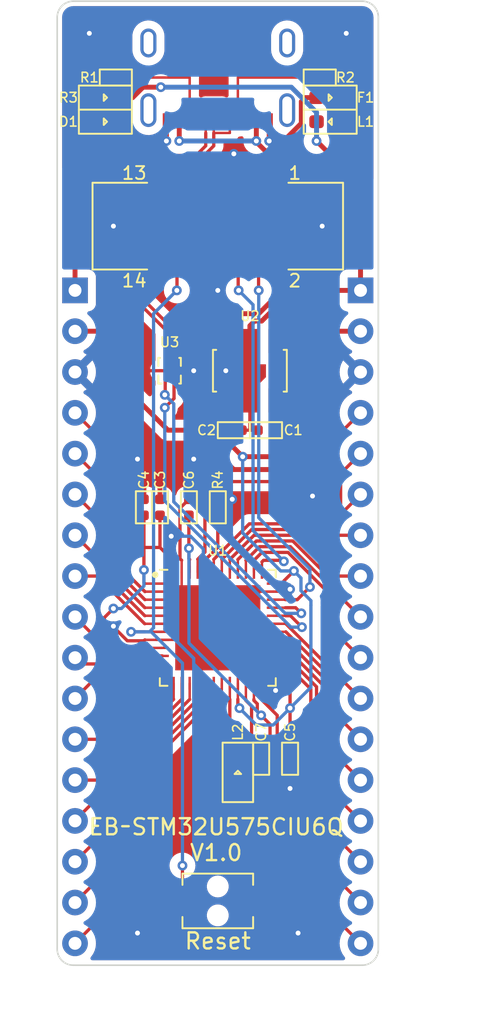
<source format=kicad_pcb>
(kicad_pcb (version 20221018) (generator pcbnew)
  (title_block (title "Evaluation Board STM32U575CIU6Q") (date "2023-03-17") (rev "V1.0") (company "https://github.com/KimiakiK"))
  (layers (0 "F.Cu" signal) (31 "B.Cu" signal) (34 "B.Paste" user) (35 "F.Paste" user) (36 "B.SilkS" user "B.Silkscreen") (37 "F.SilkS" user "F.Silkscreen") (38 "B.Mask" user) (39 "F.Mask" user) (44 "Edge.Cuts" user))
  (net 0 "")
  (net 1 "+5V")
  (net 2 "GND")
  (net 3 "+3.3V")
  (net 4 "SMPS")
  (net 5 "Net-(D1-A)")
  (net 6 "Net-(F1-Pad1)")
  (net 7 "Net-(F1-Pad2)")
  (net 8 "Net-(J1-CC1)")
  (net 9 "/D+")
  (net 10 "/D-")
  (net 12 "Net-(J1-CC2)")
  (net 17 "SWDIO")
  (net 18 "SWCLK")
  (net 22 "NRST")
  (net 25 "PC13")
  (net 26 "PC14")
  (net 27 "PC15")
  (net 28 "PH0")
  (net 29 "PH1")
  (net 30 "PA0")
  (net 31 "PA1")
  (net 32 "PA2")
  (net 33 "PA3")
  (net 34 "PA4")
  (net 35 "PA5")
  (net 36 "PA6")
  (net 37 "PA7")
  (net 38 "PB0")
  (net 39 "PB8")
  (net 40 "PB7")
  (net 41 "PB6")
  (net 42 "PB5")
  (net 43 "PB4")
  (net 44 "PB3")
  (net 45 "PA15")
  (net 46 "PA10")
  (net 47 "PA9")
  (net 48 "PA8")
  (net 49 "PB15")
  (net 50 "PB14")
  (net 51 "PB13")
  (net 52 "PB1")
  (net 53 "Net-(U1-VLXSMPS)")
  (net 54 "BOOT")
  (net 55 "USB_DM")
  (net 56 "USB_DP")
  (footprint "EB-STM32U575CIU6Q:USB Type-C 5077CR-16SMC2-BK-TR" (layer "F.Cu") (at 0 -10.67 180)
    (fp_text reference "J1" hide)
    (fp_text value "USB_C_Receptacle")
  )
  (footprint "EB-STM32U575CIU6Q:PinHeader_17pin" (layer "F.Cu") (at 8.89 0)
    (fp_text reference "J4" hide)
    (fp_text value "Conn_01x17")
  )
  (footprint "EB-STM32U575CIU6Q:SOT-89-5" (layer "F.Cu") (at 2 5 -90)
    (fp_text reference "U2")
    (fp_text value "NJM2884U1")
  )
  (footprint "EB-STM32U575CIU6Q:BoxHeader_SMD_1.27mm_2x7pin" (layer "F.Cu") (at 0 -4)
    (fp_text reference "J2" hide)
    (fp_text value "STDC32")
  )
  (footprint "EB-STM32U575CIU6Q:2012Metric" (layer "F.Cu") (at 1.25 30 -90)
    (fp_text reference "L2")
    (fp_text value "2.2uH")
  )
  (footprint "EB-STM32U575CIU6Q:1005Metric" (layer "F.Cu") (at 2.7 29.15 -90)
    (fp_text reference "C7")
    (fp_text value "2.2uF")
  )
  (footprint "EB-STM32U575CIU6Q:1005Metric" (layer "F.Cu") (at 0 13.5 90)
    (fp_text reference "R4")
    (fp_text value "10k")
  )
  (footprint "EB-STM32U575CIU6Q:1608Metric" (layer "F.Cu") (at 7 -12 180)
    (fp_text reference "F1")
    (fp_text value "Polyfuse")
  )
  (footprint "EB-STM32U575CIU6Q:SW_TVAF06" (layer "F.Cu") (at 0 38 90)
    (fp_text reference "SW1" hide)
    (fp_text value "SW_Push")
  )
  (footprint "EB-STM32U575CIU6Q:1005Metric" (layer "F.Cu") (at 1 8.7)
    (fp_text reference "C2")
    (fp_text value "2.2uF")
  )
  (footprint "EB-STM32U575CIU6Q:1005Metric" (layer "F.Cu") (at -4.6 13.5 90)
    (fp_text reference "C4")
    (fp_text value "0.1uF")
  )
  (footprint "EB-STM32U575CIU6Q:1005Metric" (layer "F.Cu") (at 6.35 -13.25)
    (fp_text reference "R2")
    (fp_text value "5.1k")
  )
  (footprint "EB-STM32U575CIU6Q:1005Metric" (layer "F.Cu") (at 4.5 29.15 -90)
    (fp_text reference "C5")
    (fp_text value "0.1uF")
  )
  (footprint "EB-STM32U575CIU6Q:1608Metric" (layer "F.Cu") (at 7 -10.5)
    (fp_text reference "L1")
    (fp_text value "L")
  )
  (footprint "EB-STM32U575CIU6Q:1005Metric" (layer "F.Cu") (at -3.6 13.5 90)
    (fp_text reference "C3")
    (fp_text value "10uF")
  )
  (footprint "EB-STM32U575CIU6Q:PinHeader_17pin" (layer "F.Cu") (at -8.89 0)
    (fp_text reference "J3" hide)
    (fp_text value "Conn_01x17")
  )
  (footprint "EB-STM32U575CIU6Q:1608Metric" (layer "F.Cu") (at -7 -12 180)
    (fp_text reference "R3")
    (fp_text value "R")
  )
  (footprint "EB-STM32U575CIU6Q:1005Metric" (layer "F.Cu") (at 3 8.7 180)
    (fp_text reference "C1")
    (fp_text value "2.2uF")
  )
  (footprint "EB-STM32U575CIU6Q:1005Metric" (layer "F.Cu") (at -6.35 -13.25 180)
    (fp_text reference "R1")
    (fp_text value "5.1k")
  )
  (footprint "EB-STM32U575CIU6Q:LXES11D" (layer "F.Cu") (at -3 5)
    (fp_text reference "U3")
    (fp_text value "LXES11DAA2-137")
  )
  (footprint "EB-STM32U575CIU6Q:QFN-48-1EP_7x7mm_P0.5mm_EP5.3x5.3mm" (layer "F.Cu") (at 0 21)
    (fp_text reference "U1")
    (fp_text value "STM32U575CIUxQ")
  )
  (footprint "EB-STM32U575CIU6Q:1608Metric" (layer "F.Cu") (at -7 -10.5 180)
    (fp_text reference "D1")
    (fp_text value "LED")
  )
  (footprint "EB-STM32U575CIU6Q:1005Metric" (layer "F.Cu") (at -1.8 13.5 90)
    (fp_text reference "C6")
    (fp_text value "2.2uF")
  )
  (gr_line (start -5.95 33.35) (end -5.55 33.35) (stroke (width 0.15)) (layer "F.SilkS"))
  (gr_line (start 10 41) (end 10 -17) (stroke (width 0.1)) (layer "Edge.Cuts"))
  (gr_line (start -9 42) (end 9 42) (stroke (width 0.1)) (layer "Edge.Cuts"))
  (gr_line (start -10 41) (end -10 -17) (stroke (width 0.1)) (layer "Edge.Cuts"))
  (gr_line (start -9 -18) (end 9 -18) (stroke (width 0.1)) (layer "Edge.Cuts"))
  (gr_arc (start -10 -17) (mid -9.707107 -17.707107) (end -9 -18) (stroke (width 0.1)) (layer "Edge.Cuts"))
  (gr_arc (start 9 -18) (mid 9.707107 -17.707107) (end 10 -17) (stroke (width 0.1)) (layer "Edge.Cuts"))
  (gr_arc (start -9 42) (mid -9.707107 41.707107) (end -10 41) (stroke (width 0.1)) (layer "Edge.Cuts"))
  (gr_arc (start 10 41) (mid 9.707107 41.707107) (end 9 42) (stroke (width 0.1)) (layer "Edge.Cuts"))
  (gr_text "EB STM32U575CIU6Q\nV1.0" (at -0.1 34.2) (layer "F.SilkS") (effects (font (size 1 1))))
  (gr_text "Reset" (at 0 40.5) (layer "F.SilkS") (effects (font (size 1 1))))
  (segment (start -8.89 -7.26) (end -7.0952 -9.0548) (width 0.3048) (layer "F.Cu") (net 1))
  (segment (start -5.3 -12) (end -6.15 -12) (width 0.3048) (layer "F.Cu") (net 1))
  (segment (start 3.5 6.85) (end 3.5 8.7) (width 0.3048) (layer "F.Cu") (net 1))
  (segment (start 6.15 -10.5) (end 6.15 -9.3) (width 0.3048) (layer "F.Cu") (net 1))
  (segment (start 8.89 0) (end 8.89 -6.56) (width 0.3048) (layer "F.Cu") (net 1))
  (segment (start -6.8 -12) (end -6.15 -12) (width 0.3048) (layer "F.Cu") (net 1))
  (segment (start 5.293156 0) (end 3.5 1.793156) (width 0.3048) (layer "F.Cu") (net 1))
  (segment (start 8.89 0) (end 5.293156 0) (width 0.3048) (layer "F.Cu") (net 1))
  (segment (start -7.0952 -11.7048) (end -6.8 -12) (width 0.3048) (layer "F.Cu") (net 1))
  (segment (start -8.89 0) (end -8.89 -7.26) (width 0.3048) (layer "F.Cu") (net 1))
  (segment (start 8.89 -6.56) (end 6.15 -9.3) (width 0.3048) (layer "F.Cu") (net 1))
  (segment (start -4.65 -12.65) (end -5.3 -12) (width 0.3048) (layer "F.Cu") (net 1))
  (segment (start 3.5 1.793156) (end 3.5 3.15) (width 0.3048) (layer "F.Cu") (net 1))
  (segment (start -3.55 -12.65) (end -4.65 -12.65) (width 0.3048) (layer "F.Cu") (net 1))
  (segment (start -7.0952 -9.0548) (end -7.0952 -11.7048) (width 0.3048) (layer "F.Cu") (net 1))
  (segment (start 3.5 3.15) (end 3.5 6.85) (width 0.3048) (layer "F.Cu") (net 1))
  (via (at 6.15 -9.3) (size 0.6096) (drill 0.3048) (layers "F.Cu" "B.Cu") (net 1))
  (via (at -3.55 -12.65) (size 0.6096) (drill 0.3048) (layers "F.Cu" "B.Cu") (net 1))
  (segment (start 6.15 -11.078159) (end 4.578159 -12.65) (width 0.3048) (layer "B.Cu") (net 1))
  (segment (start 4.578159 -12.65) (end -3.55 -12.65) (width 0.3048) (layer "B.Cu") (net 1))
  (segment (start 6.15 -9.3) (end 6.15 -11.078159) (width 0.3048) (layer "B.Cu") (net 1))
  (segment (start 5.4 -0.753422) (end 5.4 -7.5) (width 0.3048) (layer "F.Cu") (net 2))
  (segment (start 3.9 29.65) (end 3.9 30.65) (width 0.2032) (layer "F.Cu") (net 2))
  (segment (start -2.354 16.696) (end -2.354 15.3) (width 0.2032) (layer "F.Cu") (net 2))
  (segment (start 1.75 24.45) (end 1.75 25.45) (width 0.1524) (layer "F.Cu") (net 2))
  (segment (start -4.6 13) (end -4.6 11.75) (width 0.3048) (layer "F.Cu") (net 2))
  (segment (start -6.15 -10.5) (end -6.15 -9.35) (width 0.3048) (layer "F.Cu") (net 2))
  (segment (start -0.33 -7.85) (end -0.7122 -7.4678) (width 0.3048) (layer "F.Cu") (net 2))
  (segment (start -2.25 17.55) (end -2.25 18.75) (width 0.1524) (layer "F.Cu") (net 2))
  (segment (start 3.9 30.65) (end 2.55 32) (width 0.2032) (layer "F.Cu") (net 2))
  (segment (start -3.45 21.75) (end -0.75 21.75) (width 0.1524) (layer "F.Cu") (net 2))
  (segment (start 2.77 25.517106) (end 2.77 25.45) (width 0.2032) (layer "F.Cu") (net 2))
  (segment (start 2 2.2) (end 2.2928 1.9072) (width 0.3048) (layer "F.Cu") (net 2))
  (segment (start 3.45 18.75) (end 4.35 18.75) (width 0.1524) (layer "F.Cu") (net 2))
  (segment (start 1.75 22.75) (end 0 21) (width 0.1524) (layer "F.Cu") (net 2))
  (segment (start 3.6 24.9) (end 2.876447 25.623553) (width 0.2032) (layer "F.Cu") (net 2))
  (segment (start 2.2 38) (end 3.7 38) (width 0.3048) (layer "F.Cu") (net 2))
  (segment (start -1.5 10.5) (end -0.85 11.15) (width 0.3048) (layer "F.Cu") (net 2))
  (segment (start -2.25 18.75) (end 0 21) (width 0.1524) (layer "F.Cu") (net 2))
  (segment (start 3.45 18.75) (end 2.25 18.75) (width 0.1524) (layer "F.Cu") (net 2))
  (segment (start 2.876447 25.623553) (end 2.77 25.517106) (width 0.2032) (layer "F.Cu") (net 2))
  (segment (start 2.08 -8.2) (end 1.73 -7.85) (width 0.3048) (layer "F.Cu") (net 2))
  (segment (start 2.75 24.45) (end 2.75 25.43) (width 0.1524) (layer "F.Cu") (net 2))
  (segment (start -0.7122 -7.4678) (end -1.8998 -7.4678) (width 0.3048) (layer "F.Cu") (net 2))
  (segment (start -0.75 21.75) (end 0 21) (width 0.1524) (layer "F.Cu") (net 2))
  (segment (start -1.8998 -7.4678) (end -2.54 -6.8276) (width 0.3048) (layer "F.Cu") (net 2))
  (segment (start 6.45 8.95) (end 6.45 8.8) (width 0.3048) (layer "F.Cu") (net 2))
  (segment (start -6.1 -9.3) (end -3.2 -9.3) (width 0.3048) (layer "F.Cu") (net 2))
  (segment (start -4.54 21.75) (end -4.5988 21.8088) (width 0.2032) (layer "F.Cu") (net 2))
  (segment (start 2.55 32) (end 0.752894 32) (width 0.2032) (layer "F.Cu") (net 2))
  (segment (start 2 5) (end 0.5 5) (width 0.2032) (layer "F.Cu") (net 2))
  (segment (start 7.95 -13.25) (end 8 -13.3) (width 0.3048) (layer "F.Cu") (net 2))
  (segment (start 8 -13.3) (end 8 -16) (width 0.3048) (layer "F.Cu") (net 2))
  (segment (start 2.75 25.43) (end 2.77 25.45) (width 0.1524) (layer "F.Cu") (net 2))
  (segment (start 4.7 -8.2) (end 2.08 -8.2) (width 0.3048) (layer "F.Cu") (net 2))
  (segment (start 2.2928 1.9072) (end 2.739378 1.9072) (width 0.3048) (layer "F.Cu") (net 2))
  (segment (start 2 8.7) (end 2.5 8.7) (width 0.2032) (layer "F.Cu") (net 2))
  (segment (start 2.25 18.75) (end 0 21) (width 0.1524) (layer "F.Cu") (net 2))
  (segment (start 0 -7.85) (end 0 -5.778) (width 0.3048) (layer "F.Cu") (net 2))
  (segment (start -6.15 -9.35) (end -6.1 -9.3) (width 0.3048) (layer "F.Cu") (net 2))
  (segment (start 5.4 -7.5) (end 4.7 -8.2) (width 0.3048) (layer "F.Cu") (net 2))
  (segment (start -3.2 -10.65) (end -3.2 -9.3) (width 0.3048) (layer "F.Cu") (net 2))
  (segment (start 3.9 29.65) (end 3.7 29.45) (width 0.2032) (layer "F.Cu") (net 2))
  (segment (start 2.104 25.879) (end 1.75 25.525) (width 0.2032) (layer "F.Cu") (net 2))
  (segment (start 4.25 11.15) (end 6.45 8.95) (width 0.3048) (layer "F.Cu") (net 2))
  (segment (start -2.54 -6.8276) (end -2.54 -5.778) (width 0.3048) (layer "F.Cu") (net 2))
  (segment (start 1.27 -5.778) (end 1.27 -7.85) (width 0.3048) (layer "F.Cu") (net 2))
  (segment (start -2.5 5) (end -1.5 5) (width 0.2032) (layer "F.Cu") (net 2))
  (segment (start 0.752894 32) (end 0.15 31.397106) (width 0.2032) (layer "F.Cu") (net 2))
  (segment (start 1.75 25.525) (end 1.75 25.45) (width 0.2032) (layer "F.Cu") (net 2))
  (segment (start 3.2 -10.65) (end 3.2 -9.3) (width 0.3048) (layer "F.Cu") (net 2))
  (segment (start 6.85 -13.25) (end 7.95 -13.25) (width 0.3048) (layer "F.Cu") (net 2))
  (segment (start 1.73 -7.85) (end -0.33 -7.85) (width 0.3048) (layer "F.Cu") (net 2))
  (segment (start 2.1 29.65) (end 2.7 29.65) (width 0.2032) (layer "F.Cu") (net 2))
  (segment (start 2 5) (end 2 2.2) (width 0.3048) (layer "F.Cu") (net 2))
  (segment (start -6.5 20.940263) (end -6.5 20.9) (width 0.2032) (layer "F.Cu") (net 2))
  (segment (start 1.75 24.45) (end 1.75 22.75) (width 0.1524) (layer "F.Cu") (net 2))
  (segment (start -3.5 5) (end -4.5 5) (width 0.2032) (layer "F.Cu") (net 2))
  (segment (start -1.8 13) (end -1.8 11.9) (width 0.3048) (layer "F.Cu") (net 2))
  (segment (start -3.45 21.75) (end -4.54 21.75) (width 0.1524) (layer "F.Cu") (net 2))
  (segment (start 2.739378 1.9072) (end 5.4 -0.753422) (width 0.3048) (layer "F.Cu") (net 2))
  (segment (start 3.7 29.45) (end 3.7 26.447106) (width 0.2032) (layer "F.Cu") (net 2))
  (segment (start -2.354 13.554) (end -1.8 13) (width 0.2032) (layer "F.Cu") (net 2))
  (segment (start -0.85 11.15) (end 4.25 11.15) (width 0.3048) (layer "F.Cu") (net 2))
  (segment (start 1.5 8.7) (end 2 8.7) (width 0.2032) (layer "F.Cu") (net 2))
  (segment (start 2 5) (end 2 8.7) (width 0.2032) (layer "F.Cu") (net 2))
  (segment (start -4.5988 21.8088) (end -5.631463 21.8088) (width 0.2032) (layer "F.Cu") (net 2))
  (segment (start -2.25 17.55) (end -2.25 16.8) (width 0.1524) (layer "F.Cu") (net 2))
  (segment (start 4.35 18.75) (end 4.5 18.6) (width 0.1524) (layer "F.Cu") (net 2))
  (segment (start 4.5 29.65) (end 3.9 29.65) (width 0.2032) (layer "F.Cu") (net 2))
  (segment (start 0.15 30.6) (end 0.65 30.1) (width 0.2032) (layer "F.Cu") (net 2))
  (segment (start 0.15 31.397106) (end 0.15 30.6) (width 0.2032) (layer "F.Cu") (net 2))
  (segment (start 2.7 29.65) (end 2.104 29.65) (width 0.2032) (layer "F.Cu") (net 2))
  (segment (start 0 13) (end 0.9 13) (width 0.3048) (layer "F.Cu") (net 2))
  (segment (start -2.25 16.8) (end -2.354 16.696) (width 0.2032) (layer "F.Cu") (net 2))
  (segment (start -2.354 15.3) (end -2.354 13.554) (width 0.2032) (layer "F.Cu") (net 2))
  (segment (start -3.6 13) (end -3.6 11.8) (width 0.3048) (layer "F.Cu") (net 2))
  (segment (start 0.65 30.1) (end 1.65 30.1) (width 0.2032) (layer "F.Cu") (net 2))
  (segment (start 1.65 30.1) (end 2.1 29.65) (width 0.2032) (layer "F.Cu") (net 2))
  (segment (start 3.7 26.447106) (end 2.876447 25.623553) (width 0.2032) (layer "F.Cu") (net 2))
  (segment (start 2.104 29.65) (end 2.104 25.879) (width 0.2032) (layer "F.Cu") (net 2))
  (segment (start -2.9 15.3) (end -2.354 15.3) (width 0.2032) (layer "F.Cu") (net 2))
  (segment (start -5.631463 21.8088) (end -6.5 20.940263) (width 0.2032) (layer "F.Cu") (net 2))
  (via (at 0.9 13) (size 0.6096) (drill 0.3048) (layers "F.Cu" "B.Cu") (net 2))
  (via (at 1 -8.5) (size 0.6096) (drill 0.3048) (layers "F.Cu" "B.Cu") (net 2))
  (via (at -5 10.5) (size 0.6096) (drill 0.3048) (layers "F.Cu" "B.Cu") (net 2))
  (via (at 8 -16) (size 0.6096) (drill 0.3048) (layers "F.Cu" "B.Cu") (net 2))
  (via (at -6.5 -4) (size 0.6096) (drill 0.3048) (layers "F.Cu" "B.Cu") (net 2))
  (via (at 5.9 12.8) (size 0.6096) (drill 0.3048) (layers "F.Cu" "B.Cu") (net 2))
  (via (at 3.6 24.9) (size 0.6096) (drill 0.3048) (layers "F.Cu" "B.Cu") (net 2))
  (via (at -6.5 20.9) (size 0.6096) (drill 0.3048) (layers "F.Cu" "B.Cu") (net 2))
  (via (at -2.9 15.3) (size 0.6096) (drill 0.3048) (layers "F.Cu" "B.Cu") (net 2))
  (via (at 0 0) (size 0.6096) (drill 0.3048) (layers "F.Cu" "B.Cu") (net 2))
  (via (at 4.5 18.6) (size 0.6096) (drill 0.3048) (layers "F.Cu" "B.Cu") (net 2))
  (via (at 4.5 31) (size 0.6096) (drill 0.3048) (layers "F.Cu" "B.Cu") (net 2))
  (via (at -5 40) (size 0.6096) (drill 0.3048) (layers "F.Cu" "B.Cu") (net 2))
  (via (at 6.5 -4) (size 0.6096) (drill 0.3048) (layers "F.Cu" "B.Cu") (net 2))
  (via (at 3.2 -9.3) (size 0.6096) (drill 0.3048) (layers "F.Cu" "B.Cu") (net 2))
  (via (at 0.5 5) (size 0.6096) (drill 0.3048) (layers "F.Cu" "B.Cu") (net 2))
  (via (at -1.5 10.5) (size 0.6096) (drill 0.3048) (layers "F.Cu" "B.Cu") (net 2))
  (via (at -3.2 -9.3) (size 0.6096) (drill 0.3048) (layers "F.Cu" "B.Cu") (net 2))
  (via (at -8 -16) (size 0.6096) (drill 0.3048) (layers "F.Cu" "B.Cu") (net 2))
  (via (at -1.5 5) (size 0.6096) (drill 0.3048) (layers "F.Cu" "B.Cu") (net 2))
  (via (at 5 40) (size 0.6096) (drill 0.3048) (layers "F.Cu" "B.Cu") (net 2))
  (segment (start -1.7 15.3) (end -0.9 16.1) (width 0.2032) (layer "B.Cu") (net 2))
  (segment (start -0.9 20.4) (end 3.6 24.9) (width 0.2032) (layer "B.Cu") (net 2))
  (segment (start -2.9 15.3) (end -2.9 21.5) (width 0.2032) (layer "B.Cu") (net 2))
  (segment (start -2.9 21.5) (end -1.5 22.9) (width 0.2032) (layer "B.Cu") (net 2))
  (segment (start -2.9 15.3) (end -1.7 15.3) (width 0.2032) (layer "B.Cu") (net 2))
  (segment (start -1.5 22.9) (end -1.5 23.4) (width 0.2032) (layer "B.Cu") (net 2))
  (segment (start -1.5 23.4) (end -1.05 23.85) (width 0.2032) (layer "B.Cu") (net 2))
  (segment (start -0.9 16.1) (end -0.9 20.4) (width 0.2032) (layer "B.Cu") (net 2))
  (segment (start -3.1 8.7) (end -5.65 6.15) (width 0.3048) (layer "F.Cu") (net 3))
  (segment (start 2.55 1.45) (end 0.2 1.45) (width 0.3048) (layer "F.Cu") (net 3))
  (segment (start -3.45 18.25) (end -4.53553 18.25) (width 0.1524) (layer "F.Cu") (net 3))
  (segment (start -3.6 16) (end -4.6 16) (width 0.2032) (layer "F.Cu") (net 3))
  (segment (start 4.55 -7.3576) (end 4.55 -0.55) (width 0.3048) (layer "F.Cu") (net 3))
  (segment (start -4.6 17.4) (end -4.6 16) (width 0.2032) (layer "F.Cu") (net 3))
  (segment (start -4.6 16) (end -4.6 14) (width 0.2032) (layer "F.Cu") (net 3))
  (segment (start -4.6 14) (end -6.0944 12.5056) (width 0.2032) (layer "F.Cu") (net 3))
  (segment (start 0.5 8.7) (end 0.5 6.85) (width 0.3048) (layer "F.Cu") (net 3))
  (segment (start 1.25 25.9) (end 1.35 26) (width 0.2032) (layer "F.Cu") (net 3))
  (segment (start -2.75 17.55) (end -2.75 16.85) (width 0.1524) (layer "F.Cu") (net 3))
  (segment (start 1.25 25.44) (end 1.25 25.9) (width 0.2032) (layer "F.Cu") (net 3))
  (segment (start 0.5 8.7) (end 0.5 9.3) (width 0.3048) (layer "F.Cu") (net 3))
  (segment (start 4.9 9.3) (end 4.9 3.6) (width 0.3048) (layer "F.Cu") (net 3))
  (segment (start 2.8 -7.65) (end 4.2576 -7.65) (width 0.3048) (layer "F.Cu") (net 3))
  (segment (start 1.25 24.45) (end 1.25 25.44) (width 0.1524) (layer "F.Cu") (net 3))
  (segment (start -4.53553 18.25) (end -4.6 18.18553) (width 0.2032) (layer "F.Cu") (net 3))
  (segment (start 4.55 -0.55) (end 2.55 1.45) (width 0.3048) (layer "F.Cu") (net 3))
  (segment (start 4.5 24.027364) (end 4.5 26) (width 0.2032) (layer "F.Cu") (net 3))
  (segment (start 4.5 26) (end 4.5 28.65) (width 0.2032) (layer "F.Cu") (net 3))
  (segment (start 0.2 1.45) (end -0.55 2.2) (width 0.3048) (layer "F.Cu") (net 3))
  (segment (start 1.55 10.35) (end 3.85 10.35) (width 0.3048) (layer "F.Cu") (net 3))
  (segment (start 2.54 -5.778) (end 2.54 -7.39) (width 0.3048) (layer "F.Cu") (net 3))
  (segment (start -2.75 16.85) (end -3.6 16) (width 0.2032) (layer "F.Cu") (net 3))
  (segment (start 2.54 -7.39) (end 2.8 -7.65) (width 0.3048) (layer "F.Cu") (net 3))
  (segment (start -6.5 19.8) (end -7.0588 20.3588) (width 0.2032) (layer "F.Cu") (net 3))
  (segment (start -3.45 22.25) (end -4.58 22.25) (width 0.1524) (layer "F.Cu") (net 3))
  (segment (start 4.738775 17.461225) (end 4.12 18.08) (width 0.2032) (layer "F.Cu") (net 3))
  (segment (start -0.55 8.7) (end -3.1 8.7) (width 0.3048) (layer "F.Cu") (net 3))
  (segment (start 3.45 23.75) (end 4.222636 23.75) (width 0.1524) (layer "F.Cu") (net 3))
  (segment (start -6.0944 12.5056) (end -6.0944 6.5944) (width 0.2032) (layer "F.Cu") (net 3))
  (segment (start -6.91 2.54) (end -8.89 2.54) (width 0.3048) (layer "F.Cu") (net 3))
  (segment (start -3.6 16) (end -3.6 14) (width 0.2032) (layer "F.Cu") (net 3))
  (segment (start -6.457106 22.25) (end -4.58 22.25) (width 0.2032) (layer "F.Cu") (net 3))
  (segment (start 4.9 3.6) (end 5.96 2.54) (width 0.3048) (layer "F.Cu") (net 3))
  (segment (start 0.5 9.3) (end 1.55 10.35) (width 0.3048) (layer "F.Cu") (net 3))
  (segment (start 3.85 10.35) (end 4.9 9.3) (width 0.3048) (layer "F.Cu") (net 3))
  (segment (start -0.55 2.2) (end -0.55 8.7) (width 0.3048) (layer "F.Cu") (net 3))
  (segment (start 3.45 18.25) (end 3.95 18.25) (width 0.1524) (layer "F.Cu") (net 3))
  (segment (start -7.0588 20.3588) (end -7.0588 21.648306) (width 0.2032) (layer "F.Cu") (net 3))
  (segment (start -4.6 18.18553) (end -4.6 17.4) (width 0.2032) (layer "F.Cu") (net 3))
  (segment (start -5.65 6.15) (end -5.65 3.8) (width 0.3048) (layer "F.Cu") (net 3))
  (segment (start -5.65 3.8) (end -6.91 2.54) (width 0.3048) (layer "F.Cu") (net 3))
  (segment (start 5.96 2.54) (end 8.89 2.54) (width 0.3048) (layer "F.Cu") (net 3))
  (segment (start 4.2576 -7.65) (end 4.55 -7.3576) (width 0.3048) (layer "F.Cu") (net 3))
  (segment (start 0.5 8.7) (end -0.55 8.7) (width 0.3048) (layer "F.Cu") (net 3))
  (segment (start 4.222636 23.75) (end 4.5 24.027364) (width 0.2032) (layer "F.Cu") (net 3))
  (segment (start 3.95 18.25) (end 4.12 18.08) (width 0.1524) (layer "F.Cu") (net 3))
  (segment (start -6.0944 6.5944) (end -5.65 6.15) (width 0.2032) (layer "F.Cu") (net 3))
  (segment (start -7.0588 21.648306) (end -6.457106 22.25) (width 0.2032) (layer "F.Cu") (net 3))
  (via (at -6.5 19.8) (size 0.6096) (drill 0.3048) (layers "F.Cu" "B.Cu") (net 3))
  (via (at 1.55 10.35) (size 0.6096) (drill 0.3048) (layers "F.Cu" "B.Cu") (net 3))
  (via (at 4.5 26) (size 0.6096) (drill 0.3048) (layers "F.Cu" "B.Cu") (net 3))
  (via (at 4.738775 17.461225) (size 0.6096) (drill 0.3048) (layers "F.Cu" "B.Cu") (net 3))
  (via (at -4.6 17.4) (size 0.6096) (drill 0.3048) (layers "F.Cu" "B.Cu") (net 3))
  (via (at 1.35 26) (size 0.6096) (drill 0.3048) (layers "F.Cu" "B.Cu") (net 3))
  (segment (start -6 19.8) (end -4.6 18.4) (width 0.2032) (layer "B.Cu") (net 3))
  (segment (start 2.4 27.05) (end 1.35 26) (width 0.2032) (layer "B.Cu") (net 3))
  (segment (start 5.179975 18.692688) (end 5.8 19.312713) (width 0.2032) (layer "B.Cu") (net 3))
  (segment (start 5.798578 19.601422) (end 5.798578 24.701422) (width 0.2032) (layer "B.Cu") (net 3))
  (segment (start 4.5 26) (end 3.45 27.05) (width 0.2032) (layer "B.Cu") (net 3))
  (segment (start 4.738775 17.461225) (end 5.179975 17.902425) (width 0.2032) (layer "B.Cu") (net 3))
  (segment (start 5.8 19.312713) (end 5.8 19.6) (width 0.2032) (layer "B.Cu") (net 3))
  (segment (start 5.798578 24.701422) (end 4.5 26) (width 0.2032) (layer "B.Cu") (net 3))
  (segment (start 3.919637 17.461225) (end 1.55 15.091588) (width 0.2032) (layer "B.Cu") (net 3))
  (segment (start 5.8 19.6) (end 5.798578 19.601422) (width 0.2032) (layer "B.Cu") (net 3))
  (segment (start 5.179975 17.902425) (end 5.179975 18.692688) (width 0.2032) (layer "B.Cu") (net 3))
  (segment (start 3.45 27.05) (end 2.4 27.05) (width 0.2032) (layer "B.Cu") (net 3))
  (segment (start -6.5 19.8) (end -6 19.8) (width 0.2032) (layer "B.Cu") (net 3))
  (segment (start -4.6 18.4) (end -4.6 17.4) (width 0.2032) (layer "B.Cu") (net 3))
  (segment (start 1.55 15.091588) (end 1.55 10.35) (width 0.2032) (layer "B.Cu") (net 3))
  (segment (start 4.738775 17.461225) (end 3.919637 17.461225) (width 0.2032) (layer "B.Cu") (net 3))
  (segment (start 2.25 25.522106) (end 2.25 25.45) (width 0.2032) (layer "F.Cu") (net 4))
  (segment (start 2.25 24.45) (end 2.25 25.45) (width 0.1524) (layer "F.Cu") (net 4))
  (segment (start 2.4596 26.2096) (end 2.4596 25.731706) (width 0.2032) (layer "F.Cu") (net 4))
  (segment (start 2.221342 31) (end 3.254 29.967342) (width 0.2032) (layer "F.Cu") (net 4))
  (segment (start -1.75 17.55) (end -1.75 16.75) (width 0.1524) (layer "F.Cu") (net 4))
  (segment (start -1.75 16.75) (end -1.8 16.7) (width 0.2032) (layer "F.Cu") (net 4))
  (segment (start 3.254 27.004) (end 2.4596 26.2096) (width 0.2032) (layer "F.Cu") (net 4))
  (segment (start 3.254 29.967342) (end 3.254 28.65) (width 0.2032) (layer "F.Cu") (net 4))
  (segment (start 2.7 28.65) (end 3.254 28.65) (width 0.2032) (layer "F.Cu") (net 4))
  (segment (start -1.8 16.7) (end -1.8 14) (width 0.2032) (layer "F.Cu") (net 4))
  (segment (start 1.25 31) (end 2.221342 31) (width 0.2032) (layer "F.Cu") (net 4))
  (segment (start 2.4596 25.731706) (end 2.25 25.522106) (width 0.2032) (layer "F.Cu") (net 4))
  (segment (start 3.254 28.65) (end 3.254 27.004) (width 0.2032) (layer "F.Cu") (net 4))
  (via (at 2.7 26.45) (size 0.6096) (drill 0.3048) (layers "F.Cu" "B.Cu") (net 4))
  (via (at -1.7957 16.05) (size 0.6096) (drill 0.3048) (layers "F.Cu" "B.Cu") (net 4))
  (segment (start -1.7957 21.9543) (end -1.7957 16.05) (width 0.2032) (layer "B.Cu") (net 4))
  (segment (start 2.7 26.45) (end -1.7957 21.9543) (width 0.2032) (layer "B.Cu") (net 4))
  (segment (start -7.85 -12) (end -7.85 -10.5) (width 0.2032) (layer "F.Cu") (net 5))
  (segment (start 7.85 -12) (end 7.85 -10.5) (width 0.3048) (layer "F.Cu") (net 6))
  (segment (start 3.4904 -8.6904) (end 5.2 -10.4) (width 0.3048) (layer "F.Cu") (net 7))
  (segment (start 5.2 -10.4) (end 5.2 -11.75) (width 0.3048) (layer "F.Cu") (net 7))
  (segment (start 2.4 -9.3) (end 2.4 -10.65) (width 0.3048) (layer "F.Cu") (net 7))
  (segment (start 5.45 -12) (end 6.15 -12) (width 0.3048) (layer "F.Cu") (net 7))
  (segment (start 5.2 -11.75) (end 5.45 -12) (width 0.3048) (layer "F.Cu") (net 7))
  (segment (start 2.947495 -8.6904) (end 3.4904 -8.6904) (width 0.3048) (layer "F.Cu") (net 7))
  (segment (start 2.4 -9.237895) (end 2.947495 -8.6904) (width 0.3048) (layer "F.Cu") (net 7))
  (segment (start -2.4 -10.65) (end -2.4 -9.3) (width 0.3048) (layer "F.Cu") (net 7))
  (segment (start 2.4 -9.3) (end 2.4 -9.237895) (width 0.3048) (layer "F.Cu") (net 7))
  (via (at -2.4 -9.3) (size 0.6096) (drill 0.3048) (layers "F.Cu" "B.Cu") (net 7))
  (via (at 2.4 -9.3) (size 0.6096) (drill 0.3048) (layers "F.Cu" "B.Cu") (net 7))
  (segment (start -2.4 -9.3) (end 2.4 -9.3) (width 0.3048) (layer "B.Cu") (net 7))
  (segment (start 5.85 -13.25) (end 1.25 -13.25) (width 0.1524) (layer "F.Cu") (net 8))
  (segment (start 1.25 -13.25) (end 1.25 -10.65) (width 0.1524) (layer "F.Cu") (net 8))
  (segment (start -4.25 -8.4) (end -1.35 -8.4) (width 0.2032) (layer "F.Cu") (net 9))
  (segment (start -5.1 -7.55) (end -4.25 -8.4) (width 0.2032) (layer "F.Cu") (net 9))
  (segment (start -0.75 -10.65) (end -0.75 -9.8) (width 0.1524) (layer "F.Cu") (net 9))
  (segment (start 0.25 -10.65) (end 0.25 -11.5) (width 0.1524) (layer "F.Cu") (net 9))
  (segment (start -1.35 -8.4) (end -0.75 -9) (width 0.2032) (layer "F.Cu") (net 9))
  (segment (start -0.75 -9) (end -0.75 -9.8) (width 0.2032) (layer "F.Cu") (net 9))
  (segment (start -0.75 -11.5) (end -0.75 -10.65) (width 0.1524) (layer "F.Cu") (net 9))
  (segment (start -5.1 0.602894) (end -5.1 -7.55) (width 0.2032) (layer "F.Cu") (net 9))
  (segment (start -3.275 2.427894) (end -5.1 0.602894) (width 0.2032) (layer "F.Cu") (net 9))
  (segment (start 0.25 -11.5) (end -0.75 -11.5) (width 0.1524) (layer "F.Cu") (net 9))
  (segment (start -3.275 4.35) (end -3.275 2.427894) (width 0.2032) (layer "F.Cu") (net 9))
  (segment (start 0.75 -10.65) (end 0.75 -9.8) (width 0.1524) (layer "F.Cu") (net 10))
  (segment (start -1.247106 -8) (end -0.25 -8.997106) (width 0.2032) (layer "F.Cu") (net 10))
  (segment (start -4.7444 -7.402706) (end -4.147106 -8) (width 0.2032) (layer "F.Cu") (net 10))
  (segment (start -0.25 -9.8) (end -0.25 -10.65) (width 0.1524) (layer "F.Cu") (net 10))
  (segment (start 0.75 -9.8) (end -0.25 -9.8) (width 0.1524) (layer "F.Cu") (net 10))
  (segment (start -2.725 4.35) (end -2.725 2.475) (width 0.2032) (layer "F.Cu") (net 10))
  (segment (start -2.725 2.475) (end -4.7444 0.4556) (width 0.2032) (layer "F.Cu") (net 10))
  (segment (start -0.25 -8.997106) (end -0.25 -9.8) (width 0.2032) (layer "F.Cu") (net 10))
  (segment (start -4.147106 -8) (end -1.247106 -8) (width 0.2032) (layer "F.Cu") (net 10))
  (segment (start -4.7444 0.4556) (end -4.7444 -7.402706) (width 0.2032) (layer "F.Cu") (net 10))
  (segment (start -5.85 -13.25) (end -1.75 -13.25) (width 0.1524) (layer "F.Cu") (net 12))
  (segment (start -1.75 -13.25) (end -1.75 -10.65) (width 0.1524) (layer "F.Cu") (net 12))
  (segment (start 2.54 -0.01) (end 2.55 0) (width 0.2032) (layer "F.Cu") (net 17))
  (segment (start 2.54 -2.222) (end 2.54 -0.01) (width 0.2032) (layer "F.Cu") (net 17))
  (segment (start 4.95 19.25) (end 4.21 19.25) (width 0.2032) (layer "F.Cu") (net 17))
  (segment (start 5.738775 18.461225) (end 4.95 19.25) (width 0.2032) (layer "F.Cu") (net 17))
  (segment (start 3.45 19.25) (end 4.21 19.25) (width 0.1524) (layer "F.Cu") (net 17))
  (via (at 2.55 0) (size 0.6096) (drill 0.3048) (layers "F.Cu" "B.Cu") (net 17))
  (via (at 5.738775 18.461225) (size 0.6096) (drill 0.3048) (layers "F.Cu" "B.Cu") (net 17))
  (segment (start 5.738775 17.338775) (end 2.55 14.15) (width 0.2032) (layer "B.Cu") (net 17))
  (segment (start 2.55 14.15) (end 2.55 0) (width 0.2032) (layer "B.Cu") (net 17))
  (segment (start 5.738775 18.461225) (end 5.738775 17.338775) (width 0.2032) (layer "B.Cu") (net 17))
  (segment (start 2.75 17.55) (end 2.75 16.9) (width 0.1524) (layer "F.Cu") (net 18))
  (segment (start 4.113775 16.8651) (end 4.048675 16.8) (width 0.2032) (layer "F.Cu") (net 18))
  (segment (start 2.85 16.8) (end 2.75 16.9) (width 0.2032) (layer "F.Cu") (net 18))
  (segment (start 1.27 -2.222) (end 1.27 -0.03) (width 0.2032) (layer "F.Cu") (net 18))
  (segment (start 1.27 -0.03) (end 1.3 0) (width 0.2032) (layer "F.Cu") (net 18))
  (segment (start 4.048675 16.8) (end 2.85 16.8) (width 0.2032) (layer "F.Cu") (net 18))
  (via (at 4.113775 16.8651) (size 0.6096) (drill 0.3048) (layers "F.Cu" "B.Cu") (net 18))
  (via (at 1.3 0) (size 0.6096) (drill 0.3048) (layers "F.Cu" "B.Cu") (net 18))
  (segment (start 2.1944 0.8944) (end 2.1944 14.945725) (width 0.2032) (layer "B.Cu") (net 18))
  (segment (start 1.3 0) (end 2.1944 0.8944) (width 0.2032) (layer "B.Cu") (net 18))
  (segment (start 2.1944 14.945725) (end 4.113775 16.8651) (width 0.2032) (layer "B.Cu") (net 18))
  (segment (start -2.2 38) (end -2.2 35.8) (width 0.2032) (layer "F.Cu") (net 22))
  (segment (start -5.4 21.25) (end -4.53 21.25) (width 0.2032) (layer "F.Cu") (net 22))
  (segment (start -3.45 21.25) (end -4.53 21.25) (width 0.1524) (layer "F.Cu") (net 22))
  (segment (start -2.54 -0.01) (end -2.55 0) (width 0.2032) (layer "F.Cu") (net 22))
  (segment (start -2.54 -2.222) (end -2.54 -0.01) (width 0.2032) (layer "F.Cu") (net 22))
  (via (at -2.55 0) (size 0.6096) (drill 0.3048) (layers "F.Cu" "B.Cu") (net 22))
  (via (at -5.4 21.25) (size 0.6096) (drill 0.3048) (layers "F.Cu" "B.Cu") (net 22))
  (via (at -2.2 35.8) (size 0.6096) (drill 0.3048) (layers "F.Cu" "B.Cu") (net 22))
  (segment (start -4.25 21.25) (end -5.4 21.25) (width 0.2032) (layer "B.Cu") (net 22))
  (segment (start -4 1.45) (end -4 21) (width 0.2032) (layer "B.Cu") (net 22))
  (segment (start -4.15 21.25) (end -5.4 21.25) (width 0.2032) (layer "B.Cu") (net 22))
  (segment (start -2.2 23.2) (end -4.15 21.25) (width 0.2032) (layer "B.Cu") (net 22))
  (segment (start -2.2 35.8) (end -2.2 23.2) (width 0.2032) (layer "B.Cu") (net 22))
  (segment (start -2.55 0) (end -4 1.45) (width 0.2032) (layer "B.Cu") (net 22))
  (segment (start -4 21) (end -4.25 21.25) (width 0.2032) (layer "B.Cu") (net 22))
  (segment (start -4.538424 18.75) (end -6.45 16.838424) (width 0.2032) (layer "F.Cu") (net 25))
  (segment (start -6.45 16.838424) (end -6.45 10.05) (width 0.2032) (layer "F.Cu") (net 25))
  (segment (start -6.46 10.05) (end -8.89 7.62) (width 0.2032) (layer "F.Cu") (net 25))
  (segment (start -3.45 18.75) (end -4.538424 18.75) (width 0.1524) (layer "F.Cu") (net 25))
  (segment (start -6.45 10.05) (end -6.46 10.05) (width 0.2032) (layer "F.Cu") (net 25))
  (segment (start -4.541318 19.25) (end -6.8056 16.985718) (width 0.2032) (layer "F.Cu") (net 26))
  (segment (start -6.8056 12.2444) (end -8.89 10.16) (width 0.2032) (layer "F.Cu") (net 26))
  (segment (start -3.45 19.25) (end -4.541318 19.25) (width 0.1524) (layer "F.Cu") (net 26))
  (segment (start -6.8056 16.985718) (end -6.8056 12.2444) (width 0.2032) (layer "F.Cu") (net 26))
  (segment (start -4.544212 19.75) (end -7.1612 17.133012) (width 0.2032) (layer "F.Cu") (net 27))
  (segment (start -7.1612 17.133012) (end -7.1612 14.4288) (width 0.2032) (layer "F.Cu") (net 27))
  (segment (start -3.45 19.75) (end -4.544212 19.75) (width 0.1524) (layer "F.Cu") (net 27))
  (segment (start -7.1612 14.4288) (end -8.89 12.7) (width 0.2032) (layer "F.Cu") (net 27))
  (segment (start -7.5168 16.6132) (end -8.89 15.24) (width 0.2032) (layer "F.Cu") (net 28))
  (segment (start -4.547106 20.25) (end -7.5168 17.280306) (width 0.2032) (layer "F.Cu") (net 28))
  (segment (start -7.5168 17.280306) (end -7.5168 16.6132) (width 0.2032) (layer "F.Cu") (net 28))
  (segment (start -3.45 20.25) (end -4.547106 20.25) (width 0.1524) (layer "F.Cu") (net 28))
  (segment (start -3.45 20.75) (end -4.55 20.75) (width 0.1524) (layer "F.Cu") (net 29))
  (segment (start -7.52 17.78) (end -8.89 17.78) (width 0.2032) (layer "F.Cu") (net 29))
  (segment (start -4.55 20.75) (end -7.52 17.78) (width 0.2032) (layer "F.Cu") (net 29))
  (segment (start -6.46 22.75) (end -8.89 20.32) (width 0.2032) (layer "F.Cu") (net 30))
  (segment (start -3.45 22.75) (end -6.46 22.75) (width 0.2032) (layer "F.Cu") (net 30))
  (segment (start -8.5 23.25) (end -8.89 22.86) (width 0.2032) (layer "F.Cu") (net 31))
  (segment (start -3.45 23.25) (end -8.5 23.25) (width 0.2032) (layer "F.Cu") (net 31))
  (segment (start -7.24 23.75) (end -8.89 25.4) (width 0.2032) (layer "F.Cu") (net 32))
  (segment (start -3.45 23.75) (end -7.24 23.75) (width 0.2032) (layer "F.Cu") (net 32))
  (segment (start -2.75 24.45) (end -2.75 25.45) (width 0.1524) (layer "F.Cu") (net 33))
  (segment (start -2.75 25.45) (end -5.24 27.94) (width 0.2032) (layer "F.Cu") (net 33))
  (segment (start -5.24 27.94) (end -8.89 27.94) (width 0.2032) (layer "F.Cu") (net 33))
  (segment (start -2.25 25.452894) (end -7.277106 30.48) (width 0.2032) (layer "F.Cu") (net 34))
  (segment (start -2.25 24.45) (end -2.25 25.452894) (width 0.1524) (layer "F.Cu") (net 34))
  (segment (start -7.277106 30.48) (end -8.89 30.48) (width 0.2032) (layer "F.Cu") (net 34))
  (segment (start -1.75 24.45) (end -1.75 25.455788) (width 0.1524) (layer "F.Cu") (net 35))
  (segment (start -7.8168 31.9168) (end -8.89 32.99) (width 0.2032) (layer "F.Cu") (net 35))
  (segment (start -7.8168 31.522588) (end -7.8168 31.9168) (width 0.2032) (layer "F.Cu") (net 35))
  (segment (start -8.89 32.99) (end -8.89 33.02) (width 0.2032) (layer "F.Cu") (net 35))
  (segment (start -1.75 25.455788) (end -7.8168 31.522588) (width 0.2032) (layer "F.Cu") (net 35))
  (segment (start -1.25 24.45) (end -1.25 25.458682) (width 0.1524) (layer "F.Cu") (net 36))
  (segment (start -1.25 25.458682) (end -7.4612 31.669882) (width 0.2032) (layer "F.Cu") (net 36))
  (segment (start -7.4612 31.669882) (end -7.4612 34.1312) (width 0.2032) (layer "F.Cu") (net 36))
  (segment (start -7.4612 34.1312) (end -8.89 35.56) (width 0.2032) (layer "F.Cu") (net 36))
  (segment (start -7.1056 31.817176) (end -7.1056 36.3156) (width 0.2032) (layer "F.Cu") (net 37))
  (segment (start -0.75 25.461576) (end -7.1056 31.817176) (width 0.2032) (layer "F.Cu") (net 37))
  (segment (start -7.1056 36.3156) (end -8.89 38.1) (width 0.2032) (layer "F.Cu") (net 37))
  (segment (start -0.75 24.45) (end -0.75 25.461576) (width 0.1524) (layer "F.Cu") (net 37))
  (segment (start -0.25 24.45) (end -0.25 25.46447) (width 0.1524) (layer "F.Cu") (net 38))
  (segment (start -0.25 25.46447) (end -6.75 31.96447) (width 0.2032) (layer "F.Cu") (net 38))
  (segment (start -6.75 38.5) (end -8.89 40.64) (width 0.2032) (layer "F.Cu") (net 38))
  (segment (start -6.75 31.96447) (end -6.75 38.5) (width 0.2032) (layer "F.Cu") (net 38))
  (segment (start -0.3 11.9) (end 4.61 11.9) (width 0.2032) (layer "F.Cu") (net 39))
  (segment (start -1.25 17.55) (end -1.25 16.73553) (width 0.1524) (layer "F.Cu") (net 39))
  (segment (start -1.25 16.73553) (end -0.8 16.28553) (width 0.2032) (layer "F.Cu") (net 39))
  (segment (start 4.61 11.9) (end 8.89 7.62) (width 0.2032) (layer "F.Cu") (net 39))
  (segment (start -0.8 16.28553) (end -0.8 12.4) (width 0.2032) (layer "F.Cu") (net 39))
  (segment (start -0.8 12.4) (end -0.3 11.9) (width 0.2032) (layer "F.Cu") (net 39))
  (segment (start -0.25 17.55) (end -0.25 16.741318) (width 0.1524) (layer "F.Cu") (net 40))
  (segment (start 1.962518 14.5288) (end -0.25 16.741318) (width 0.2032) (layer "F.Cu") (net 40))
  (segment (start 7.65 11.4) (end 7.65 13.437106) (width 0.2032) (layer "F.Cu") (net 40))
  (segment (start 7.65 13.437106) (end 6.558306 14.5288) (width 0.2032) (layer "F.Cu") (net 40))
  (segment (start 8.89 10.16) (end 7.65 11.4) (width 0.2032) (layer "F.Cu") (net 40))
  (segment (start 6.558306 14.5288) (end 1.962518 14.5288) (width 0.2032) (layer "F.Cu") (net 40))
  (segment (start 6.7056 14.8844) (end 2.109812 14.8844) (width 0.2032) (layer "F.Cu") (net 41))
  (segment (start 0.25 17.55) (end 0.25 16.744212) (width 0.1524) (layer "F.Cu") (net 41))
  (segment (start 8.89 12.7) (end 6.7056 14.8844) (width 0.2032) (layer "F.Cu") (net 41))
  (segment (start 2.109812 14.8844) (end 0.25 16.744212) (width 0.2032) (layer "F.Cu") (net 41))
  (segment (start 0.75 17.55) (end 0.75 16.747106) (width 0.1524) (layer "F.Cu") (net 42))
  (segment (start 2.257106 15.24) (end 0.75 16.747106) (width 0.2032) (layer "F.Cu") (net 42))
  (segment (start 8.89 15.24) (end 2.257106 15.24) (width 0.2032) (layer "F.Cu") (net 42))
  (segment (start 2.4044 15.5956) (end 1.25 16.75) (width 0.2032) (layer "F.Cu") (net 43))
  (segment (start 1.25 17.55) (end 1.25 16.75) (width 0.1524) (layer "F.Cu") (net 43))
  (segment (start 4.668494 15.5956) (end 2.4044 15.5956) (width 0.2032) (layer "F.Cu") (net 43))
  (segment (start 8.89 17.78) (end 6.852894 17.78) (width 0.2032) (layer "F.Cu") (net 43))
  (segment (start 6.852894 17.78) (end 4.668494 15.5956) (width 0.2032) (layer "F.Cu") (net 43))
  (segment (start 2.5988 15.9512) (end 1.75 16.8) (width 0.2032) (layer "F.Cu") (net 44))
  (segment (start 8.89 20.32) (end 4.5212 15.9512) (width 0.2032) (layer "F.Cu") (net 44))
  (segment (start 1.75 17.55) (end 1.75 16.8) (width 0.1524) (layer "F.Cu") (net 44))
  (segment (start 4.5212 15.9512) (end 2.5988 15.9512) (width 0.2032) (layer "F.Cu") (net 44))
  (segment (start 7.15 21.12) (end 7.15 19.082894) (width 0.2032) (layer "F.Cu") (net 45))
  (segment (start 2.25 17.55) (end 2.25 16.802894) (width 0.1524) (layer "F.Cu") (net 45))
  (segment (start 4.373906 16.3068) (end 2.746094 16.3068) (width 0.2032) (layer "F.Cu") (net 45))
  (segment (start 2.746094 16.3068) (end 2.25 16.802894) (width 0.2032) (layer "F.Cu") (net 45))
  (segment (start 7.15 19.082894) (end 4.373906 16.3068) (width 0.2032) (layer "F.Cu") (net 45))
  (segment (start 8.89 22.86) (end 7.15 21.12) (width 0.2032) (layer "F.Cu") (net 45))
  (segment (start 4.24 20.75) (end 8.89 25.4) (width 0.2032) (layer "F.Cu") (net 46))
  (segment (start 3.45 20.75) (end 4.24 20.75) (width 0.1524) (layer "F.Cu") (net 46))
  (segment (start 7.2168 24.229694) (end 7.2168 26.2668) (width 0.2032) (layer "F.Cu") (net 47))
  (segment (start 3.45 21.25) (end 4.237106 21.25) (width 0.1524) (layer "F.Cu") (net 47))
  (segment (start 7.2168 26.2668) (end 8.89 27.94) (width 0.2032) (layer "F.Cu") (net 47))
  (segment (start 4.237106 21.25) (end 7.2168 24.229694) (width 0.2032) (layer "F.Cu") (net 47))
  (segment (start 4.234212 21.75) (end 6.8612 24.376988) (width 0.2032) (layer "F.Cu") (net 48))
  (segment (start 6.8612 28.4512) (end 8.89 30.48) (width 0.2032) (layer "F.Cu") (net 48))
  (segment (start 3.45 21.75) (end 4.234212 21.75) (width 0.1524) (layer "F.Cu") (net 48))
  (segment (start 6.8612 24.376988) (end 6.8612 28.4512) (width 0.2032) (layer "F.Cu") (net 48))
  (segment (start 6.5056 30.6356) (end 8.89 33.02) (width 0.2032) (layer "F.Cu") (net 49))
  (segment (start 6.5056 24.524282) (end 6.5056 30.6356) (width 0.2032) (layer "F.Cu") (net 49))
  (segment (start 3.45 22.25) (end 4.231318 22.25) (width 0.1524) (layer "F.Cu") (net 49))
  (segment (start 4.231318 22.25) (end 6.5056 24.524282) (width 0.2032) (layer "F.Cu") (net 49))
  (segment (start 4.228424 22.75) (end 6.15 24.671576) (width 0.2032) (layer "F.Cu") (net 50))
  (segment (start 6.15 32.82) (end 8.89 35.56) (width 0.2032) (layer "F.Cu") (net 50))
  (segment (start 6.15 24.671576) (end 6.15 32.82) (width 0.2032) (layer "F.Cu") (net 50))
  (segment (start 3.45 22.75) (end 4.228424 22.75) (width 0.1524) (layer "F.Cu") (net 50))
  (segment (start 5.7944 35.0044) (end 8.89 38.1) (width 0.2032) (layer "F.Cu") (net 51))
  (segment (start 4.22553 23.25) (end 5.7944 24.81887) (width 0.2032) (layer "F.Cu") (net 51))
  (segment (start 3.45 23.25) (end 4.22553 23.25) (width 0.1524) (layer "F.Cu") (net 51))
  (segment (start 5.7944 24.81887) (end 5.7944 35.0044) (width 0.2032) (layer "F.Cu") (net 51))
  (segment (start 0.25 25.467364) (end -0.5 26.217364) (width 0.2032) (layer "F.Cu") (net 52))
  (segment (start -0.5 31.25) (end 8.89 40.64) (width 0.2032) (layer "F.Cu") (net 52))
  (segment (start -0.5 26.217364) (end -0.5 31.25) (width 0.2032) (layer "F.Cu") (net 52))
  (segment (start 0.25 24.45) (end 0.25 25.467364) (width 0.1524) (layer "F.Cu") (net 52))
  (segment (start 1.25 28.25) (end 0.75 27.75) (width 0.2032) (layer "F.Cu") (net 53))
  (segment (start 0.75 27.75) (end 0.75 25.45) (width 0.2032) (layer "F.Cu") (net 53))
  (segment (start 1.25 29) (end 1.25 28.25) (width 0.2032) (layer "F.Cu") (net 53))
  (segment (start 0.75 24.45) (end 0.75 25.45) (width 0.1524) (layer "F.Cu") (net 53))
  (segment (start -0.75 16.738424) (end 0 15.988424) (width 0.2032) (layer "F.Cu") (net 54))
  (segment (start 0 15.988424) (end 0 14) (width 0.2032) (layer "F.Cu") (net 54))
  (segment (start -0.75 17.55) (end -0.75 16.738424) (width 0.1524) (layer "F.Cu") (net 54))
  (segment (start 4.529556 20.25) (end 4.22 20.25) (width 0.2032) (layer "F.Cu") (net 55))
  (segment (start 3.45 20.25) (end 4.22 20.25) (width 0.1524) (layer "F.Cu") (net 55))
  (segment (start -2.725 6.725) (end -3.3 7.3) (width 0.2032) (layer "F.Cu") (net 55))
  (segment (start -2.725 5.65) (end -2.725 6.725) (width 0.2032) (layer "F.Cu") (net 55))
  (segment (start 5.239778 20.960222) (end 4.529556 20.25) (width 0.2032) (layer "F.Cu") (net 55))
  (via (at 5.239778 20.960222) (size 0.6096) (drill 0.3048) (layers "F.Cu" "B.Cu") (net 55))
  (via (at -3.3 7.3) (size 0.6096) (drill 0.3048) (layers "F.Cu" "B.Cu") (net 55))
  (segment (start -3.3 7.3) (end -3.3 13.102894) (width 0.2032) (layer "B.Cu") (net 55))
  (segment (start 4.557328 20.960222) (end 5.239778 20.960222) (width 0.2032) (layer "B.Cu") (net 55))
  (segment (start -3.3 13.102894) (end 4.557328 20.960222) (width 0.2032) (layer "B.Cu") (net 55))
  (segment (start 4.85 19.75) (end 4.2 19.75) (width 0.2032) (layer "F.Cu") (net 56))
  (segment (start -3.275 6.475) (end -3.3 6.5) (width 0.2032) (layer "F.Cu") (net 56))
  (segment (start -3.275 5.65) (end -3.275 6.475) (width 0.2032) (layer "F.Cu") (net 56))
  (segment (start 5.2 20.1) (end 4.85 19.75) (width 0.2032) (layer "F.Cu") (net 56))
  (segment (start 3.45 19.75) (end 4.2 19.75) (width 0.1524) (layer "F.Cu") (net 56))
  (via (at 5.2 20.1) (size 0.6096) (drill 0.3048) (layers "F.Cu" "B.Cu") (net 56))
  (via (at -3.3 6.5) (size 0.6096) (drill 0.3048) (layers "F.Cu" "B.Cu") (net 56))
  (segment (start 4.2 20.1) (end 5.2 20.1) (width 0.2032) (layer "B.Cu") (net 56))
  (segment (start -2.7412 13.1588) (end 4.2 20.1) (width 0.2032) (layer "B.Cu") (net 56))
  (segment (start -3.3 6.5) (end -2.7412 7.0588) (width 0.2032) (layer "B.Cu") (net 56))
  (segment (start -2.7412 7.0588) (end -2.7412 13.1588) (width 0.2032) (layer "B.Cu") (net 56))
  (zone (net 0) (net_name "") (layer "F.Cu") (connect_pads (clearance 0)) (min_thickness 0.25)
    (keepout (tracks allowed) (vias allowed) (pads allowed) (copperpour not_allowed) (footprints allowed))
    (fill (thermal_gap 0.5) (thermal_bridge_width 0.5))
    (polygon (pts (xy -6.5 -11.1) (xy -5.8 -11.1) (xy -5.8 -9.6) (xy -6.5 -9.6)))
  )
  (zone (net 0) (net_name "") (layer "F.Cu") (connect_pads (clearance 0)) (min_thickness 0.25)
    (keepout (tracks allowed) (vias allowed) (pads allowed) (copperpour not_allowed) (footprints allowed))
    (fill (thermal_gap 0.5) (thermal_bridge_width 0.5))
    (polygon (pts (xy -3 -7.7) (xy 2.2 -7.7) (xy 2.2 -4.2) (xy -3 -4.2)))
  )
  (zone (net 0) (net_name "") (layer "F.Cu") (connect_pads (clearance 0)) (min_thickness 0.25)
    (keepout (tracks allowed) (vias allowed) (pads allowed) (copperpour not_allowed) (footprints allowed))
    (fill (thermal_gap 0.5) (thermal_bridge_width 0.5))
    (polygon (pts (xy 0 24.4) (xy 5.2 24.4) (xy 5.2 30.5) (xy 0 30.5)))
  )
  (zone (net 0) (net_name "") (layer "F.Cu") (connect_pads (clearance 0)) (min_thickness 0.25)
    (keepout (tracks allowed) (vias allowed) (pads allowed) (copperpour not_allowed) (footprints allowed))
    (fill (thermal_gap 0.5) (thermal_bridge_width 0.5))
    (polygon (pts (xy -2.1 12.2) (xy -1.5 12.2) (xy -1.5 13.7) (xy -2.1 13.7)))
  )
  (zone (net 0) (net_name "") (layer "F.Cu") (connect_pads (clearance 0)) (min_thickness 0.25)
    (keepout (tracks allowed) (vias allowed) (pads allowed) (copperpour not_allowed) (footprints allowed))
    (fill (thermal_gap 0.5) (thermal_bridge_width 0.5))
    (polygon (pts (xy 1.9 36.7) (xy 2.5 36.7) (xy 2.5 39.3) (xy 1.9 39.3)))
  )
  (zone (net 0) (net_name "") (layer "F.Cu") (connect_pads (clearance 0)) (min_thickness 0.25)
    (keepout (tracks allowed) (vias allowed) (pads allowed) (copperpour not_allowed) (footprints allowed))
    (fill (thermal_gap 0.5) (thermal_bridge_width 0.5))
    (polygon (pts (xy 6.6 -14.05) (xy 7.1 -14.05) (xy 7.1 -12.95) (xy 6.6 -12.95)))
  )
  (zone (net 0) (net_name "") (layer "F.Cu") (connect_pads (clearance 0)) (min_thickness 0.25)
    (keepout (tracks allowed) (vias allowed) (pads allowed) (copperpour not_allowed) (footprints allowed))
    (fill (thermal_gap 0.5) (thermal_bridge_width 0.5))
    (polygon (pts (xy -3.05 14.4) (xy -2.45 14.4) (xy -2.45 15.9) (xy -3.05 15.9)))
  )
  (zone (net 0) (net_name "") (layer "F.Cu") (connect_pads (clearance 0)) (min_thickness 0.25)
    (keepout (tracks allowed) (vias allowed) (pads allowed) (copperpour not_allowed) (footprints allowed))
    (fill (thermal_gap 0.5) (thermal_bridge_width 0.5))
    (polygon (pts (xy 0 2) (xy 3.1 2) (xy 3.05 9.1) (xy -0.05 9.1)))
  )
  (zone (net 0) (net_name "") (layer "F.Cu") (connect_pads (clearance 0)) (min_thickness 0.25)
    (keepout (tracks allowed) (vias allowed) (pads allowed) (copperpour not_allowed) (footprints allowed))
    (fill (thermal_gap 0.5) (thermal_bridge_width 0.5))
    (polygon (pts (xy -6.8 20.45) (xy -5.9 20.45) (xy -5.9 21.4) (xy -6.8 21.4)))
  )
  (zone (net 0) (net_name "") (layer "F.Cu") (connect_pads (clearance 0)) (min_thickness 0.25)
    (keepout (tracks allowed) (vias allowed) (pads allowed) (copperpour not_allowed) (footprints allowed))
    (fill (thermal_gap 0.5) (thermal_bridge_width 0.5))
    (polygon (pts (xy -4.9 12.2) (xy -4.3 12.2) (xy -4.3 13.7) (xy -4.9 13.7)))
  )
  (zone (net 0) (net_name "") (layer "F.Cu") (connect_pads (clearance 0)) (min_thickness 0.25)
    (keepout (tracks allowed) (vias allowed) (pads allowed) (copperpour not_allowed) (footprints allowed))
    (fill (thermal_gap 0.5) (thermal_bridge_width 0.5))
    (polygon (pts (xy 6.95 -13.55) (xy 7.65 -13.55) (xy 7.65 -12.95) (xy 6.95 -12.95)))
  )
  (zone (net 0) (net_name "") (layer "F.Cu") (connect_pads (clearance 0)) (min_thickness 0.25)
    (keepout (tracks allowed) (vias allowed) (pads allowed) (copperpour not_allowed) (footprints allowed))
    (fill (thermal_gap 0.5) (thermal_bridge_width 0.5))
    (polygon (pts (xy 0.2 12.75) (xy 0.8 12.75) (xy 0.8 13.25) (xy 0.2 13.25)))
  )
  (zone (net 0) (net_name "") (layer "F.Cu") (connect_pads (clearance 0)) (min_thickness 0.25)
    (keepout (tracks allowed) (vias allowed) (pads allowed) (copperpour not_allowed) (footprints allowed))
    (fill (thermal_gap 0.5) (thermal_bridge_width 0.5))
    (polygon (pts (xy 1.2 37.5) (xy 3.2 37.5) (xy 3.2 38.45) (xy 1.2 38.45)))
  )
  (zone (net 0) (net_name "") (layer "F.Cu") (connect_pads (clearance 0)) (min_thickness 0.25)
    (keepout (tracks allowed) (vias allowed) (pads allowed) (copperpour not_allowed) (footprints allowed))
    (fill (thermal_gap 0.5) (thermal_bridge_width 0.5))
    (polygon (pts (xy -3.9 12.2) (xy -3.3 12.2) (xy -3.3 13.7) (xy -3.9 13.7)))
  )
  (zone (net 2) (net_name "GND") (layers "F&B.Cu") (connect_pads (clearance 0.5)) (min_thickness 0.25) (fill yes (thermal_gap 0.5) (thermal_bridge_width 0.5))
    (polygon (pts (xy -10 -18) (xy 10 -18) (xy 10 42) (xy -10 42)))
  )
)
</source>
